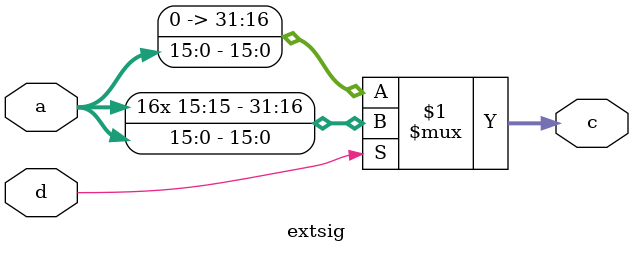
<source format=sv>
`timescale 1ns / 1ps


module extsig
#(parameter WIDTH = 16)
(
    input logic [WIDTH - 1:0]a,
    output logic [31:0]c,
    input d
    );
    assign c = d ? {{(32 - WIDTH){a[WIDTH - 1]}}, a} : {{(32-WIDTH){1'b0}}, a};
endmodule

</source>
